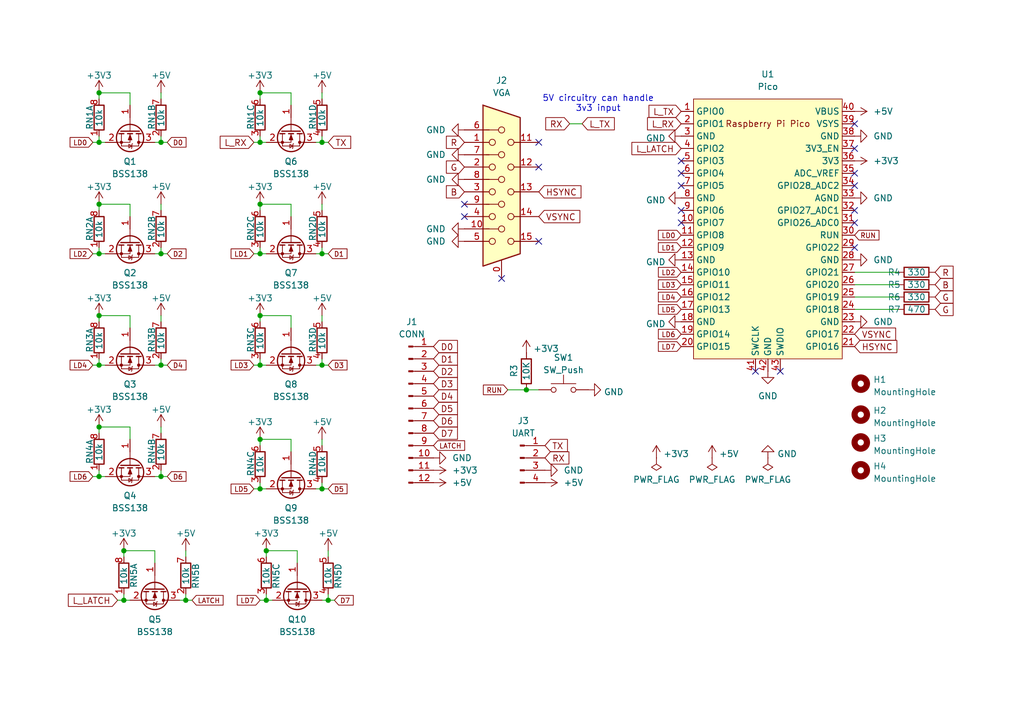
<source format=kicad_sch>
(kicad_sch (version 20231120) (generator "eeschema") (generator_version "8.0")
  (paper "A5")
  (lib_symbols
    (symbol "Connector:Conn_01x04_Pin" (pin_names (offset 1.016) hide)
      (property "Reference" "J" (at 0 5.08 0))
      (property "Value" "Conn_01x04_Pin" (at 0 -7.62 0))
      (symbol "Conn_01x04_Pin_1_1"
        (pin passive line (at 5.08 2.54 180) (length 3.81) (name "Pin_1") (number "1"))
        (pin passive line (at 5.08 0 180) (length 3.81) (name "Pin_2") (number "2"))
        (pin passive line (at 5.08 -2.54 180) (length 3.81) (name "Pin_3") (number "3"))
        (pin passive line (at 5.08 -5.08 180) (length 3.81) (name "Pin_4") (number "4"))
      )
    )
    (symbol "Connector:Conn_01x12_Pin" (pin_names (offset 1.016) hide)
      (property "Reference" "J" (at 0 15.24 0))
      (property "Value" "Conn_01x12_Pin" (at 0 -17.78 0))
      (symbol "Conn_01x12_Pin_1_1"
        (pin passive line (at 5.08 12.7 180) (length 3.81) (name "Pin_1") (number "1"))
        (pin passive line (at 5.08 -10.16 180) (length 3.81) (name "Pin_10") (number "10"))
        (pin passive line (at 5.08 -12.7 180) (length 3.81) (name "Pin_11") (number "11"))
        (pin passive line (at 5.08 -15.24 180) (length 3.81) (name "Pin_12") (number "12"))
        (pin passive line (at 5.08 10.16 180) (length 3.81) (name "Pin_2") (number "2"))
        (pin passive line (at 5.08 7.62 180) (length 3.81) (name "Pin_3") (number "3"))
        (pin passive line (at 5.08 5.08 180) (length 3.81) (name "Pin_4") (number "4"))
        (pin passive line (at 5.08 2.54 180) (length 3.81) (name "Pin_5") (number "5"))
        (pin passive line (at 5.08 0 180) (length 3.81) (name "Pin_6") (number "6"))
        (pin passive line (at 5.08 -2.54 180) (length 3.81) (name "Pin_7") (number "7"))
        (pin passive line (at 5.08 -5.08 180) (length 3.81) (name "Pin_8") (number "8"))
        (pin passive line (at 5.08 -7.62 180) (length 3.81) (name "Pin_9") (number "9"))
      )
    )
    (symbol "Connector:DE15_Receptacle_HighDensity_MountingHoles" (pin_names (offset 1.016) hide)
      (property "Reference" "J" (at 0 21.59 0))
      (property "Value" "DE15_Receptacle_HighDensity_MountingHoles" (at 0 19.05 0))
      (symbol "DE15_Receptacle_HighDensity_MountingHoles_1_1"
        (pin passive line (at 0 -17.78 90) (length 3.81) (name "~") (number "0"))
        (pin passive line (at -7.62 10.16 0) (length 5.08) (name "~") (number "1"))
        (pin passive line (at -7.62 -7.62 0) (length 5.08) (name "~") (number "10"))
        (pin passive line (at 7.62 10.16 180) (length 5.08) (name "~") (number "11"))
        (pin passive line (at 7.62 5.08 180) (length 5.08) (name "~") (number "12"))
        (pin passive line (at 7.62 0 180) (length 5.08) (name "~") (number "13"))
        (pin passive line (at 7.62 -5.08 180) (length 5.08) (name "~") (number "14"))
        (pin passive line (at 7.62 -10.16 180) (length 5.08) (name "~") (number "15"))
        (pin passive line (at -7.62 5.08 0) (length 5.08) (name "~") (number "2"))
        (pin passive line (at -7.62 0 0) (length 5.08) (name "~") (number "3"))
        (pin passive line (at -7.62 -5.08 0) (length 5.08) (name "~") (number "4"))
        (pin passive line (at -7.62 -10.16 0) (length 5.08) (name "~") (number "5"))
        (pin passive line (at -7.62 12.7 0) (length 5.08) (name "~") (number "6"))
        (pin passive line (at -7.62 7.62 0) (length 5.08) (name "~") (number "7"))
        (pin passive line (at -7.62 2.54 0) (length 5.08) (name "~") (number "8"))
        (pin passive line (at -7.62 -2.54 0) (length 5.08) (name "~") (number "9"))
      )
    )
    (symbol "Device:R" (pin_numbers hide) (pin_names (offset 0))
      (property "Reference" "R" (at 2.032 0 90))
      (property "Value" "R" (at 0 0 90))
      (symbol "R_1_1"
        (pin passive line (at 0 3.81 270) (length 1.27) (name "~") (number "1"))
        (pin passive line (at 0 -3.81 90) (length 1.27) (name "~") (number "2"))
      )
    )
    (symbol "Device:R_Pack04_Split" (pin_names (offset 0) hide)
      (property "Reference" "RN" (at 2.032 0 90))
      (property "Value" "R_Pack04_Split" (at 0 0 90))
      (symbol "R_Pack04_Split_1_1"
        (pin passive line (at 0 -3.81 90) (length 1.27) (name "R1.1") (number "1"))
        (pin passive line (at 0 3.81 270) (length 1.27) (name "R1.2") (number "8"))
      )
      (symbol "R_Pack04_Split_2_1"
        (pin passive line (at 0 -3.81 90) (length 1.27) (name "R2.1") (number "2"))
        (pin passive line (at 0 3.81 270) (length 1.27) (name "R2.2") (number "7"))
      )
      (symbol "R_Pack04_Split_3_1"
        (pin passive line (at 0 -3.81 90) (length 1.27) (name "R3.1") (number "3"))
        (pin passive line (at 0 3.81 270) (length 1.27) (name "R3.2") (number "6"))
      )
      (symbol "R_Pack04_Split_4_1"
        (pin passive line (at 0 -3.81 90) (length 1.27) (name "R4.1") (number "4"))
        (pin passive line (at 0 3.81 270) (length 1.27) (name "R4.2") (number "5"))
      )
    )
    (symbol "MCU_RaspberryPi_and_Boards:Pico"
      (property "Reference" "U" (at -13.97 27.94 0))
      (property "Value" "Pico" (at 0 19.05 0))
      (symbol "Pico_0_0"
        (text "Raspberry Pi Pico" (at 0 21.59 0) (effects (font (size 1.27 1.27))))
      )
      (symbol "Pico_1_1"
        (pin bidirectional line (at -17.78 24.13 0) (length 2.54) (name "GPIO0") (number "1"))
        (pin bidirectional line (at -17.78 1.27 0) (length 2.54) (name "GPIO7") (number "10"))
        (pin bidirectional line (at -17.78 -1.27 0) (length 2.54) (name "GPIO8") (number "11"))
        (pin bidirectional line (at -17.78 -3.81 0) (length 2.54) (name "GPIO9") (number "12"))
        (pin power_in line (at -17.78 -6.35 0) (length 2.54) (name "GND") (number "13"))
        (pin bidirectional line (at -17.78 -8.89 0) (length 2.54) (name "GPIO10") (number "14"))
        (pin bidirectional line (at -17.78 -11.43 0) (length 2.54) (name "GPIO11") (number "15"))
        (pin bidirectional line (at -17.78 -13.97 0) (length 2.54) (name "GPIO12") (number "16"))
        (pin bidirectional line (at -17.78 -16.51 0) (length 2.54) (name "GPIO13") (number "17"))
        (pin power_in line (at -17.78 -19.05 0) (length 2.54) (name "GND") (number "18"))
        (pin bidirectional line (at -17.78 -21.59 0) (length 2.54) (name "GPIO14") (number "19"))
        (pin bidirectional line (at -17.78 21.59 0) (length 2.54) (name "GPIO1") (number "2"))
        (pin bidirectional line (at -17.78 -24.13 0) (length 2.54) (name "GPIO15") (number "20"))
        (pin bidirectional line (at 17.78 -24.13 180) (length 2.54) (name "GPIO16") (number "21"))
        (pin bidirectional line (at 17.78 -21.59 180) (length 2.54) (name "GPIO17") (number "22"))
        (pin power_in line (at 17.78 -19.05 180) (length 2.54) (name "GND") (number "23"))
        (pin bidirectional line (at 17.78 -16.51 180) (length 2.54) (name "GPIO18") (number "24"))
        (pin bidirectional line (at 17.78 -13.97 180) (length 2.54) (name "GPIO19") (number "25"))
        (pin bidirectional line (at 17.78 -11.43 180) (length 2.54) (name "GPIO20") (number "26"))
        (pin bidirectional line (at 17.78 -8.89 180) (length 2.54) (name "GPIO21") (number "27"))
        (pin power_in line (at 17.78 -6.35 180) (length 2.54) (name "GND") (number "28"))
        (pin bidirectional line (at 17.78 -3.81 180) (length 2.54) (name "GPIO22") (number "29"))
        (pin power_in line (at -17.78 19.05 0) (length 2.54) (name "GND") (number "3"))
        (pin input line (at 17.78 -1.27 180) (length 2.54) (name "RUN") (number "30"))
        (pin bidirectional line (at 17.78 1.27 180) (length 2.54) (name "GPIO26_ADC0") (number "31"))
        (pin bidirectional line (at 17.78 3.81 180) (length 2.54) (name "GPIO27_ADC1") (number "32"))
        (pin power_in line (at 17.78 6.35 180) (length 2.54) (name "AGND") (number "33"))
        (pin bidirectional line (at 17.78 8.89 180) (length 2.54) (name "GPIO28_ADC2") (number "34"))
        (pin power_in line (at 17.78 11.43 180) (length 2.54) (name "ADC_VREF") (number "35"))
        (pin power_in line (at 17.78 13.97 180) (length 2.54) (name "3V3") (number "36"))
        (pin input line (at 17.78 16.51 180) (length 2.54) (name "3V3_EN") (number "37"))
        (pin bidirectional line (at 17.78 19.05 180) (length 2.54) (name "GND") (number "38"))
        (pin power_in line (at 17.78 21.59 180) (length 2.54) (name "VSYS") (number "39"))
        (pin bidirectional line (at -17.78 16.51 0) (length 2.54) (name "GPIO2") (number "4"))
        (pin power_in line (at 17.78 24.13 180) (length 2.54) (name "VBUS") (number "40"))
        (pin input line (at -2.54 -29.21 90) (length 2.54) (name "SWCLK") (number "41"))
        (pin power_in line (at 0 -29.21 90) (length 2.54) (name "GND") (number "42"))
        (pin bidirectional line (at 2.54 -29.21 90) (length 2.54) (name "SWDIO") (number "43"))
        (pin bidirectional line (at -17.78 13.97 0) (length 2.54) (name "GPIO3") (number "5"))
        (pin bidirectional line (at -17.78 11.43 0) (length 2.54) (name "GPIO4") (number "6"))
        (pin bidirectional line (at -17.78 8.89 0) (length 2.54) (name "GPIO5") (number "7"))
        (pin power_in line (at -17.78 6.35 0) (length 2.54) (name "GND") (number "8"))
        (pin bidirectional line (at -17.78 3.81 0) (length 2.54) (name "GPIO6") (number "9"))
      )
    )
    (symbol "Mechanical:MountingHole" (pin_names (offset 1.016))
      (property "Reference" "H" (at 0 5.08 0))
      (property "Value" "MountingHole" (at 0 3.175 0))
    )
    (symbol "Switch:SW_Push" (pin_numbers hide) (pin_names (offset 1.016) hide)
      (property "Reference" "SW" (at 1.27 2.54 0))
      (property "Value" "SW_Push" (at 0 -1.524 0))
      (symbol "SW_Push_0_1"
        (pin passive line (at -5.08 0 0) (length 2.54) (name "1") (number "1"))
        (pin passive line (at 5.08 0 180) (length 2.54) (name "2") (number "2"))
      )
    )
    (symbol "Transistor_FET:BSS138" (pin_names hide)
      (property "Reference" "Q" (at 5.08 1.905 0))
      (property "Value" "BSS138" (at 5.08 0 0))
      (symbol "BSS138_1_1"
        (pin input line (at -5.08 0 0) (length 2.54) (name "G") (number "1"))
        (pin passive line (at 2.54 -5.08 90) (length 2.54) (name "S") (number "2"))
        (pin passive line (at 2.54 5.08 270) (length 2.54) (name "D") (number "3"))
      )
    )
    (symbol "power:+3V3" (power) (pin_numbers hide) (pin_names (offset 0) hide)
      (property "Value" "+3V3" (at 0 3.556 0))
      (symbol "+3V3_1_1"
        (pin power_in line (at 0 0 90) (length 0) (name "~") (number "1"))
      )
    )
    (symbol "power:+5V" (power) (pin_numbers hide) (pin_names (offset 0) hide)
      (property "Value" "+5V" (at 0 3.556 0))
      (symbol "+5V_1_1"
        (pin power_in line (at 0 0 90) (length 0) (name "~") (number "1"))
      )
    )
    (symbol "power:GND" (power) (pin_numbers hide) (pin_names (offset 0) hide)
      (property "Value" "GND" (at 0 -3.81 0))
      (symbol "GND_1_1"
        (pin power_in line (at 0 0 270) (length 0) (name "~") (number "1"))
      )
    )
    (symbol "power:PWR_FLAG" (power) (pin_numbers hide) (pin_names (offset 0) hide)
      (property "Value" "PWR_FLAG" (at 0 3.81 0))
      (symbol "PWR_FLAG_0_0"
        (pin power_out line (at 0 0 90) (length 0) (name "~") (number "1"))
      )
    )
  )
  (junction (at 66.04 29.21))
  (junction (at 54.61 113.03))
  (junction (at 53.34 64.77))
  (junction (at 53.34 90.17))
  (junction (at 53.34 74.93))
  (junction (at 20.32 52.07))
  (junction (at 53.34 41.91))
  (junction (at 53.34 19.05))
  (junction (at 66.04 100.33))
  (junction (at 67.31 123.19))
  (junction (at 33.02 29.21))
  (junction (at 33.02 97.79))
  (junction (at 53.34 100.33))
  (junction (at 107.95 80.01))
  (junction (at 33.02 52.07))
  (junction (at 20.32 29.21))
  (junction (at 53.34 29.21))
  (junction (at 53.34 52.07))
  (junction (at 20.32 19.05))
  (junction (at 33.02 74.93))
  (junction (at 66.04 52.07))
  (junction (at 25.4 123.19))
  (junction (at 20.32 97.79))
  (junction (at 20.32 64.77))
  (junction (at 66.04 74.93))
  (junction (at 20.32 41.91))
  (junction (at 20.32 74.93))
  (junction (at 25.4 113.03))
  (junction (at 54.61 123.19))
  (junction (at 20.32 87.63))
  (junction (at 38.1 123.19))
  (no_connect (at 175.26 30.48))
  (no_connect (at 95.25 41.91))
  (no_connect (at 139.7 35.56))
  (no_connect (at 139.7 33.02))
  (no_connect (at 154.94 76.2))
  (no_connect (at 175.26 38.1))
  (no_connect (at 175.26 35.56))
  (no_connect (at 102.87 57.15))
  (no_connect (at 139.7 45.72))
  (no_connect (at 175.26 25.4))
  (no_connect (at 139.7 43.18))
  (no_connect (at 175.26 45.72))
  (no_connect (at 139.7 38.1))
  (no_connect (at 95.25 44.45))
  (no_connect (at 175.26 50.8))
  (no_connect (at 160.02 76.2))
  (no_connect (at 110.49 49.53))
  (no_connect (at 175.26 43.18))
  (no_connect (at 110.49 29.21))
  (no_connect (at 110.49 34.29))
  (wire (pts (xy 33.02 74.93) (xy 34.29 74.93)))
  (wire (pts (xy 53.34 66.04) (xy 53.34 64.77)))
  (wire (pts (xy 67.31 123.19) (xy 67.31 121.92)))
  (wire (pts (xy 53.34 43.18) (xy 53.34 41.91)))
  (wire (pts (xy 33.02 64.77) (xy 33.02 66.04)))
  (wire (pts (xy 38.1 123.19) (xy 38.1 121.92)))
  (wire (pts (xy 33.02 29.21) (xy 33.02 27.94)))
  (wire (pts (xy 52.07 29.21) (xy 53.34 29.21)))
  (wire (pts (xy 53.34 90.17) (xy 59.69 90.17)))
  (wire (pts (xy 53.34 20.32) (xy 53.34 19.05)))
  (wire (pts (xy 31.75 29.21) (xy 33.02 29.21)))
  (wire (pts (xy 175.26 60.96) (xy 184.15 60.96)))
  (wire (pts (xy 31.75 97.79) (xy 33.02 97.79)))
  (wire (pts (xy 66.04 90.17) (xy 66.04 91.44)))
  (wire (pts (xy 20.32 29.21) (xy 21.59 29.21)))
  (wire (pts (xy 104.14 80.01) (xy 107.95 80.01)))
  (wire (pts (xy 25.4 121.92) (xy 25.4 123.19)))
  (wire (pts (xy 20.32 27.94) (xy 20.32 29.21)))
  (wire (pts (xy 31.75 52.07) (xy 33.02 52.07)))
  (wire (pts (xy 53.34 19.05) (xy 59.69 19.05)))
  (wire (pts (xy 66.04 19.05) (xy 66.04 20.32)))
  (wire (pts (xy 54.61 100.33) (xy 53.34 100.33)))
  (wire (pts (xy 53.34 100.33) (xy 53.34 99.06)))
  (wire (pts (xy 54.61 114.3) (xy 54.61 113.03)))
  (wire (pts (xy 31.75 113.03) (xy 31.75 115.57)))
  (wire (pts (xy 19.05 74.93) (xy 20.32 74.93)))
  (wire (pts (xy 59.69 19.05) (xy 59.69 21.59)))
  (wire (pts (xy 54.61 123.19) (xy 55.88 123.19)))
  (wire (pts (xy 59.69 41.91) (xy 59.69 44.45)))
  (wire (pts (xy 20.32 66.04) (xy 20.32 64.77)))
  (wire (pts (xy 38.1 113.03) (xy 38.1 114.3)))
  (wire (pts (xy 53.34 74.93) (xy 53.34 73.66)))
  (wire (pts (xy 26.67 41.91) (xy 26.67 44.45)))
  (wire (pts (xy 33.02 29.21) (xy 34.29 29.21)))
  (wire (pts (xy 66.04 52.07) (xy 67.31 52.07)))
  (wire (pts (xy 59.69 90.17) (xy 59.69 92.71)))
  (wire (pts (xy 175.26 55.88) (xy 184.15 55.88)))
  (wire (pts (xy 66.04 100.33) (xy 66.04 99.06)))
  (wire (pts (xy 19.05 29.21) (xy 20.32 29.21)))
  (wire (pts (xy 64.77 100.33) (xy 66.04 100.33)))
  (wire (pts (xy 31.75 74.93) (xy 33.02 74.93)))
  (wire (pts (xy 26.67 87.63) (xy 26.67 90.17)))
  (wire (pts (xy 66.04 29.21) (xy 66.04 27.94)))
  (wire (pts (xy 53.34 41.91) (xy 59.69 41.91)))
  (wire (pts (xy 20.32 64.77) (xy 26.67 64.77)))
  (wire (pts (xy 20.32 97.79) (xy 20.32 96.52)))
  (wire (pts (xy 26.67 19.05) (xy 26.67 21.59)))
  (wire (pts (xy 54.61 74.93) (xy 53.34 74.93)))
  (wire (pts (xy 66.04 64.77) (xy 66.04 66.04)))
  (wire (pts (xy 24.13 123.19) (xy 25.4 123.19)))
  (wire (pts (xy 25.4 114.3) (xy 25.4 113.03)))
  (wire (pts (xy 66.04 74.93) (xy 66.04 73.66)))
  (wire (pts (xy 116.84 25.4) (xy 119.38 25.4)))
  (wire (pts (xy 175.26 63.5) (xy 184.15 63.5)))
  (wire (pts (xy 53.34 123.19) (xy 54.61 123.19)))
  (wire (pts (xy 19.05 97.79) (xy 20.32 97.79)))
  (wire (pts (xy 67.31 123.19) (xy 68.58 123.19)))
  (wire (pts (xy 53.34 29.21) (xy 53.34 27.94)))
  (wire (pts (xy 52.07 100.33) (xy 53.34 100.33)))
  (wire (pts (xy 54.61 121.92) (xy 54.61 123.19)))
  (wire (pts (xy 175.26 58.42) (xy 184.15 58.42)))
  (wire (pts (xy 67.31 113.03) (xy 67.31 114.3)))
  (wire (pts (xy 20.32 20.32) (xy 20.32 19.05)))
  (wire (pts (xy 66.04 74.93) (xy 67.31 74.93)))
  (wire (pts (xy 36.83 123.19) (xy 38.1 123.19)))
  (wire (pts (xy 21.59 97.79) (xy 20.32 97.79)))
  (wire (pts (xy 53.34 52.07) (xy 54.61 52.07)))
  (wire (pts (xy 59.69 64.77) (xy 59.69 67.31)))
  (wire (pts (xy 66.04 52.07) (xy 66.04 50.8)))
  (wire (pts (xy 53.34 64.77) (xy 59.69 64.77)))
  (wire (pts (xy 54.61 113.03) (xy 60.96 113.03)))
  (wire (pts (xy 64.77 52.07) (xy 66.04 52.07)))
  (wire (pts (xy 66.04 41.91) (xy 66.04 43.18)))
  (wire (pts (xy 33.02 97.79) (xy 34.29 97.79)))
  (wire (pts (xy 52.07 52.07) (xy 53.34 52.07)))
  (wire (pts (xy 33.02 74.93) (xy 33.02 73.66)))
  (wire (pts (xy 66.04 100.33) (xy 67.31 100.33)))
  (wire (pts (xy 20.32 52.07) (xy 20.32 50.8)))
  (wire (pts (xy 33.02 19.05) (xy 33.02 20.32)))
  (wire (pts (xy 20.32 74.93) (xy 21.59 74.93)))
  (wire (pts (xy 20.32 87.63) (xy 26.67 87.63)))
  (wire (pts (xy 21.59 52.07) (xy 20.32 52.07)))
  (wire (pts (xy 20.32 19.05) (xy 26.67 19.05)))
  (wire (pts (xy 20.32 41.91) (xy 26.67 41.91)))
  (wire (pts (xy 33.02 87.63) (xy 33.02 88.9)))
  (wire (pts (xy 33.02 52.07) (xy 33.02 50.8)))
  (wire (pts (xy 20.32 88.9) (xy 20.32 87.63)))
  (wire (pts (xy 20.32 41.91) (xy 20.32 43.18)))
  (wire (pts (xy 19.05 52.07) (xy 20.32 52.07)))
  (wire (pts (xy 64.77 29.21) (xy 66.04 29.21)))
  (wire (pts (xy 33.02 52.07) (xy 34.29 52.07)))
  (wire (pts (xy 53.34 91.44) (xy 53.34 90.17)))
  (wire (pts (xy 52.07 74.93) (xy 53.34 74.93)))
  (wire (pts (xy 54.61 29.21) (xy 53.34 29.21)))
  (wire (pts (xy 26.67 64.77) (xy 26.67 67.31)))
  (wire (pts (xy 38.1 123.19) (xy 39.37 123.19)))
  (wire (pts (xy 66.04 29.21) (xy 67.31 29.21)))
  (wire (pts (xy 33.02 41.91) (xy 33.02 43.18)))
  (wire (pts (xy 20.32 73.66) (xy 20.32 74.93)))
  (wire (pts (xy 64.77 74.93) (xy 66.04 74.93)))
  (wire (pts (xy 53.34 50.8) (xy 53.34 52.07)))
  (wire (pts (xy 25.4 113.03) (xy 31.75 113.03)))
  (wire (pts (xy 33.02 97.79) (xy 33.02 96.52)))
  (wire (pts (xy 60.96 113.03) (xy 60.96 115.57)))
  (wire (pts (xy 107.95 80.01) (xy 110.49 80.01)))
  (wire (pts (xy 25.4 123.19) (xy 26.67 123.19)))
  (wire (pts (xy 66.04 123.19) (xy 67.31 123.19)))
  (text "5V circuitry can handle\n3v3 input" (at 122.682 21.336 0) (effects (font (size 1.27 1.27))))
  (global_label "L_RX" (shape input) (at 139.7 25.4 180) (property "Intersheetrefs" "${INTERSHEET_REFS}" (effects (hide yes))))
  (global_label "LD2" (shape input) (at 139.7 55.88 180) (effects (font (size 1 1))) (property "Intersheetrefs" "${INTERSHEET_REFS}" (effects (hide yes))))
  (global_label "D7" (shape input) (at 68.58 123.19 0) (effects (font (size 1 1))) (property "Intersheetrefs" "${INTERSHEET_REFS}" (effects (hide yes))))
  (global_label "L_LATCH" (shape input) (at 24.13 123.19 180) (property "Intersheetrefs" "${INTERSHEET_REFS}" (effects (hide yes))))
  (global_label "D6" (shape input) (at 34.29 97.79 0) (effects (font (size 1 1))) (property "Intersheetrefs" "${INTERSHEET_REFS}" (effects (hide yes))))
  (global_label "D7" (shape input) (at 88.9 88.9 0) (property "Intersheetrefs" "${INTERSHEET_REFS}" (effects (hide yes))))
  (global_label "D3" (shape input) (at 67.31 74.93 0) (effects (font (size 1 1))) (property "Intersheetrefs" "${INTERSHEET_REFS}" (effects (hide yes))))
  (global_label "D3" (shape input) (at 88.9 78.74 0) (property "Intersheetrefs" "${INTERSHEET_REFS}" (effects (hide yes))))
  (global_label "RX" (shape input) (at 116.84 25.4 180) (property "Intersheetrefs" "${INTERSHEET_REFS}" (effects (hide yes))))
  (global_label "D4" (shape input) (at 34.29 74.93 0) (effects (font (size 1 1))) (property "Intersheetrefs" "${INTERSHEET_REFS}" (effects (hide yes))))
  (global_label "D1" (shape input) (at 67.31 52.07 0) (effects (font (size 1 1))) (property "Intersheetrefs" "${INTERSHEET_REFS}" (effects (hide yes))))
  (global_label "D1" (shape input) (at 88.9 73.66 0) (property "Intersheetrefs" "${INTERSHEET_REFS}" (effects (hide yes))))
  (global_label "R" (shape input) (at 95.25 29.21 180) (property "Intersheetrefs" "${INTERSHEET_REFS}" (effects (hide yes))))
  (global_label "LATCH" (shape input) (at 88.9 91.44 0) (effects (font (size 1 1))) (property "Intersheetrefs" "${INTERSHEET_REFS}" (effects (hide yes))))
  (global_label "RUN" (shape input) (at 104.14 80.01 180) (effects (font (size 1 1))) (property "Intersheetrefs" "${INTERSHEET_REFS}" (effects (hide yes))))
  (global_label "LD3" (shape input) (at 52.07 74.93 180) (effects (font (size 1 1))) (property "Intersheetrefs" "${INTERSHEET_REFS}" (effects (hide yes))))
  (global_label "L_LATCH" (shape input) (at 139.7 30.48 180) (property "Intersheetrefs" "${INTERSHEET_REFS}" (effects (hide yes))))
  (global_label "LD1" (shape input) (at 52.07 52.07 180) (effects (font (size 1 1))) (property "Intersheetrefs" "${INTERSHEET_REFS}" (effects (hide yes))))
  (global_label "LD7" (shape input) (at 139.7 71.12 180) (effects (font (size 1 1))) (property "Intersheetrefs" "${INTERSHEET_REFS}" (effects (hide yes))))
  (global_label "G" (shape input) (at 191.77 60.96 0) (property "Intersheetrefs" "${INTERSHEET_REFS}" (effects (hide yes))))
  (global_label "D2" (shape input) (at 88.9 76.2 0) (property "Intersheetrefs" "${INTERSHEET_REFS}" (effects (hide yes))))
  (global_label "R" (shape input) (at 191.77 55.88 0) (property "Intersheetrefs" "${INTERSHEET_REFS}" (effects (hide yes))))
  (global_label "VSYNC" (shape input) (at 110.49 44.45 0) (property "Intersheetrefs" "${INTERSHEET_REFS}" (effects (hide yes))))
  (global_label "VSYNC" (shape input) (at 175.26 68.58 0) (property "Intersheetrefs" "${INTERSHEET_REFS}" (effects (hide yes))))
  (global_label "D6" (shape input) (at 88.9 86.36 0) (property "Intersheetrefs" "${INTERSHEET_REFS}" (effects (hide yes))))
  (global_label "LD6" (shape input) (at 19.05 97.79 180) (effects (font (size 1 1))) (property "Intersheetrefs" "${INTERSHEET_REFS}" (effects (hide yes))))
  (global_label "LD2" (shape input) (at 19.05 52.07 180) (effects (font (size 1 1))) (property "Intersheetrefs" "${INTERSHEET_REFS}" (effects (hide yes))))
  (global_label "B" (shape input) (at 95.25 39.37 180) (property "Intersheetrefs" "${INTERSHEET_REFS}" (effects (hide yes))))
  (global_label "LD5" (shape input) (at 139.7 63.5 180) (effects (font (size 1 1))) (property "Intersheetrefs" "${INTERSHEET_REFS}" (effects (hide yes))))
  (global_label "G" (shape input) (at 95.25 34.29 180) (property "Intersheetrefs" "${INTERSHEET_REFS}" (effects (hide yes))))
  (global_label "L_RX" (shape input) (at 52.07 29.21 180) (property "Intersheetrefs" "${INTERSHEET_REFS}" (effects (hide yes))))
  (global_label "D5" (shape input) (at 67.31 100.33 0) (effects (font (size 1 1))) (property "Intersheetrefs" "${INTERSHEET_REFS}" (effects (hide yes))))
  (global_label "LD3" (shape input) (at 139.7 58.42 180) (effects (font (size 1 1))) (property "Intersheetrefs" "${INTERSHEET_REFS}" (effects (hide yes))))
  (global_label "LD6" (shape input) (at 139.7 68.58 180) (effects (font (size 1 1))) (property "Intersheetrefs" "${INTERSHEET_REFS}" (effects (hide yes))))
  (global_label "D4" (shape input) (at 88.9 81.28 0) (property "Intersheetrefs" "${INTERSHEET_REFS}" (effects (hide yes))))
  (global_label "HSYNC" (shape input) (at 175.26 71.12 0) (property "Intersheetrefs" "${INTERSHEET_REFS}" (effects (hide yes))))
  (global_label "L_TX" (shape input) (at 139.7 22.86 180) (property "Intersheetrefs" "${INTERSHEET_REFS}" (effects (hide yes))))
  (global_label "TX" (shape input) (at 111.76 91.44 0) (property "Intersheetrefs" "${INTERSHEET_REFS}" (effects (hide yes))))
  (global_label "LD0" (shape input) (at 19.05 29.21 180) (effects (font (size 1 1))) (property "Intersheetrefs" "${INTERSHEET_REFS}" (effects (hide yes))))
  (global_label "G" (shape input) (at 191.77 63.5 0) (property "Intersheetrefs" "${INTERSHEET_REFS}" (effects (hide yes))))
  (global_label "D0" (shape input) (at 34.29 29.21 0) (effects (font (size 1 1))) (property "Intersheetrefs" "${INTERSHEET_REFS}" (effects (hide yes))))
  (global_label "TX" (shape input) (at 67.31 29.21 0) (property "Intersheetrefs" "${INTERSHEET_REFS}" (effects (hide yes))))
  (global_label "LD5" (shape input) (at 52.07 100.33 180) (effects (font (size 1 1))) (property "Intersheetrefs" "${INTERSHEET_REFS}" (effects (hide yes))))
  (global_label "RUN" (shape input) (at 175.26 48.26 0) (effects (font (size 1 1))) (property "Intersheetrefs" "${INTERSHEET_REFS}" (effects (hide yes))))
  (global_label "D0" (shape input) (at 88.9 71.12 0) (property "Intersheetrefs" "${INTERSHEET_REFS}" (effects (hide yes))))
  (global_label "L_TX" (shape input) (at 119.38 25.4 0) (property "Intersheetrefs" "${INTERSHEET_REFS}" (effects (hide yes))))
  (global_label "LD4" (shape input) (at 19.05 74.93 180) (effects (font (size 1 1))) (property "Intersheetrefs" "${INTERSHEET_REFS}" (effects (hide yes))))
  (global_label "LATCH" (shape input) (at 39.37 123.19 0) (effects (font (size 1 1))) (property "Intersheetrefs" "${INTERSHEET_REFS}" (effects (hide yes))))
  (global_label "LD0" (shape input) (at 139.7 48.26 180) (effects (font (size 1 1))) (property "Intersheetrefs" "${INTERSHEET_REFS}" (effects (hide yes))))
  (global_label "D2" (shape input) (at 34.29 52.07 0) (effects (font (size 1 1))) (property "Intersheetrefs" "${INTERSHEET_REFS}" (effects (hide yes))))
  (global_label "LD4" (shape input) (at 139.7 60.96 180) (effects (font (size 1 1))) (property "Intersheetrefs" "${INTERSHEET_REFS}" (effects (hide yes))))
  (global_label "RX" (shape input) (at 111.76 93.98 0) (property "Intersheetrefs" "${INTERSHEET_REFS}" (effects (hide yes))))
  (global_label "LD1" (shape input) (at 139.7 50.8 180) (effects (font (size 1 1))) (property "Intersheetrefs" "${INTERSHEET_REFS}" (effects (hide yes))))
  (global_label "HSYNC" (shape input) (at 110.49 39.37 0) (property "Intersheetrefs" "${INTERSHEET_REFS}" (effects (hide yes))))
  (global_label "D5" (shape input) (at 88.9 83.82 0) (property "Intersheetrefs" "${INTERSHEET_REFS}" (effects (hide yes))))
  (global_label "LD7" (shape input) (at 53.34 123.19 180) (effects (font (size 1 1))) (property "Intersheetrefs" "${INTERSHEET_REFS}" (effects (hide yes))))
  (global_label "B" (shape input) (at 191.77 58.42 0) (property "Intersheetrefs" "${INTERSHEET_REFS}" (effects (hide yes))))
  (symbol (lib_id "Device:R_Pack04_Split") (at 38.1 118.11 0) (unit 2)
    (property "Reference" "RN5" (at 40.132 115.57 90) (effects (justify right)))
    (property "Value" "10k" (at 38.1 116.332 90) (effects (justify right)))
    (property "Footprint" "Resistor_SMD:R_Array_Convex_4x0603" (effects (hide yes)))
    (property "Description" "4 resistor network, parallel topology, split" (effects (hide yes)))
    (property "LCSC" "C110924" (effects (hide yes)))
    (property "LCSC Part #" "C110924" (effects (hide yes)))
  )
  (symbol (lib_id "power:+5V") (at 88.9 99.06 270) (unit 1)
    (property "Reference" "#PWR021" (effects (hide yes)))
    (property "Value" "+5V" (at 92.71 99.0599 90) (effects (justify left)))
    (property "Description" "Power symbol creates a global label with name \"+5V\"" (effects (hide yes)))
  )
  (symbol (lib_id "Transistor_FET:BSS138") (at 26.67 72.39 270) (unit 1)
    (property "Reference" "Q3" (at 26.67 78.8654 90))
    (property "Value" "BSS138" (at 26.67 81.4023 90))
    (property "Footprint" "Package_TO_SOT_SMD:SOT-23" (effects (hide yes)))
    (property "Datasheet" "https://www.onsemi.com/pub/Collateral/BSS138-D.PDF" (effects (hide yes)))
    (property "Description" "50V Vds, 0.22A Id, N-Channel MOSFET, SOT-23" (effects (hide yes)))
    (property "LCSC" "C78284" (effects (hide yes)))
    (property "LCSC Part #" "C78284" (effects (hide yes)))
  )
  (symbol (lib_id "power:GND") (at 139.7 66.04 270) (unit 1)
    (property "Reference" "#PWR034" (effects (hide yes)))
    (property "Value" "GND" (at 136.5251 66.4738 90) (effects (justify right)))
    (property "Description" "Power symbol creates a global label with name \"GND\" , ground" (effects (hide yes)))
  )
  (symbol (lib_id "power:GND") (at 95.25 31.75 270) (unit 1)
    (property "Reference" "#PWR023" (effects (hide yes)))
    (property "Value" "GND" (at 91.44 31.7499 90) (effects (justify right)))
    (property "Description" "Power symbol creates a global label with name \"GND\" , ground" (effects (hide yes)))
  )
  (symbol (lib_id "Transistor_FET:BSS138") (at 59.69 97.79 270) (unit 1)
    (property "Reference" "Q9" (at 59.69 104.2654 90))
    (property "Value" "BSS138" (at 59.69 106.8023 90))
    (property "Footprint" "Package_TO_SOT_SMD:SOT-23" (effects (hide yes)))
    (property "Datasheet" "https://www.onsemi.com/pub/Collateral/BSS138-D.PDF" (effects (hide yes)))
    (property "Description" "50V Vds, 0.22A Id, N-Channel MOSFET, SOT-23" (effects (hide yes)))
    (property "LCSC" "C78284" (effects (hide yes)))
    (property "LCSC Part #" "C78284" (effects (hide yes)))
  )
  (symbol (lib_id "Device:R_Pack04_Split") (at 53.34 69.85 0) (unit 3)
    (property "Reference" "RN3" (at 51.435 72.39 90) (effects (justify left)))
    (property "Value" "10k" (at 53.34 71.755 90) (effects (justify left)))
    (property "Footprint" "Resistor_SMD:R_Array_Convex_4x0603" (effects (hide yes)))
    (property "Description" "4 resistor network, parallel topology, split" (effects (hide yes)))
    (property "LCSC" "C110924" (effects (hide yes)))
    (property "LCSC Part #" "C110924" (effects (hide yes)))
  )
  (symbol (lib_id "power:GND") (at 175.26 53.34 90) (unit 1)
    (property "Reference" "#PWR043" (effects (hide yes)))
    (property "Value" "GND" (at 179.07 53.3399 90) (effects (justify right)))
    (property "Description" "Power symbol creates a global label with name \"GND\" , ground" (effects (hide yes)))
  )
  (symbol (lib_id "power:+3V3") (at 25.4 113.03 0) (unit 1)
    (property "Reference" "#PWR09" (effects (hide yes)))
    (property "Value" "+3V3" (at 25.4 109.4542 0))
    (property "Description" "Power symbol creates a global label with name \"+3V3\"" (effects (hide yes)))
  )
  (symbol (lib_id "power:+5V") (at 66.04 64.77 0) (unit 1)
    (property "Reference" "#PWR017" (effects (hide yes)))
    (property "Value" "+5V" (at 66.04 61.1942 0))
    (property "Description" "Power symbol creates a global label with name \"+5V\"" (effects (hide yes)))
  )
  (symbol (lib_id "Device:R") (at 107.95 76.2 0) (unit 1)
    (property "Reference" "R3" (at 105.41 77.47 90) (effects (justify left)))
    (property "Value" "10K" (at 107.95 78.105 90) (effects (justify left)))
    (property "Footprint" "Resistor_SMD:R_0805_2012Metric_Pad1.20x1.40mm_HandSolder" (effects (hide yes)))
    (property "Description" "Resistor" (effects (hide yes)))
    (property "LCSC" "C17414" (effects (hide yes)))
    (property "LCSC Part #" "C17414" (effects (hide yes)))
  )
  (symbol (lib_id "power:+3V3") (at 107.95 72.39 0) (unit 1)
    (property "Reference" "#PWR027" (effects (hide yes)))
    (property "Value" "+3V3" (at 109.347 71.5538 0) (effects (justify left)))
    (property "Description" "Power symbol creates a global label with name \"+3V3\"" (effects (hide yes)))
  )
  (symbol (lib_id "Transistor_FET:BSS138") (at 60.96 120.65 270) (unit 1)
    (property "Reference" "Q10" (at 60.96 127.1254 90))
    (property "Value" "BSS138" (at 60.96 129.6623 90))
    (property "Footprint" "Package_TO_SOT_SMD:SOT-23" (effects (hide yes)))
    (property "Datasheet" "https://www.onsemi.com/pub/Collateral/BSS138-D.PDF" (effects (hide yes)))
    (property "Description" "50V Vds, 0.22A Id, N-Channel MOSFET, SOT-23" (effects (hide yes)))
    (property "LCSC" "C78284" (effects (hide yes)))
    (property "LCSC Part #" "C78284" (effects (hide yes)))
  )
  (symbol (lib_id "Device:R_Pack04_Split") (at 20.32 69.85 0) (unit 1)
    (property "Reference" "RN3" (at 18.415 72.39 90) (effects (justify left)))
    (property "Value" "10k" (at 20.32 71.755 90) (effects (justify left)))
    (property "Footprint" "Resistor_SMD:R_Array_Convex_4x0603" (effects (hide yes)))
    (property "Description" "4 resistor network, parallel topology, split" (effects (hide yes)))
    (property "LCSC" "C110924" (effects (hide yes)))
    (property "LCSC Part #" "C110924" (effects (hide yes)))
  )
  (symbol (lib_id "Transistor_FET:BSS138") (at 59.69 72.39 270) (unit 1)
    (property "Reference" "Q8" (at 59.69 78.8654 90))
    (property "Value" "BSS138" (at 59.69 81.4023 90))
    (property "Footprint" "Package_TO_SOT_SMD:SOT-23" (effects (hide yes)))
    (property "Datasheet" "https://www.onsemi.com/pub/Collateral/BSS138-D.PDF" (effects (hide yes)))
    (property "Description" "50V Vds, 0.22A Id, N-Channel MOSFET, SOT-23" (effects (hide yes)))
    (property "LCSC" "C78284" (effects (hide yes)))
    (property "LCSC Part #" "C78284" (effects (hide yes)))
  )
  (symbol (lib_id "power:+3V3") (at 20.32 87.63 0) (unit 1)
    (property "Reference" "#PWR04" (effects (hide yes)))
    (property "Value" "+3V3" (at 20.32 84.0542 0))
    (property "Description" "Power symbol creates a global label with name \"+3V3\"" (effects (hide yes)))
  )
  (symbol (lib_id "Device:R_Pack04_Split") (at 25.4 118.11 0) (unit 1)
    (property "Reference" "RN5" (at 27.432 115.57 90) (effects (justify right)))
    (property "Value" "10k" (at 25.4 116.332 90) (effects (justify right)))
    (property "Footprint" "Resistor_SMD:R_Array_Convex_4x0603" (effects (hide yes)))
    (property "Description" "4 resistor network, parallel topology, split" (effects (hide yes)))
    (property "LCSC" "C110924" (effects (hide yes)))
    (property "LCSC Part #" "C110924" (effects (hide yes)))
  )
  (symbol (lib_id "power:+5V") (at 111.76 99.06 270) (unit 1)
    (property "Reference" "#PWR029" (effects (hide yes)))
    (property "Value" "+5V" (at 115.57 99.0599 90) (effects (justify left)))
    (property "Description" "Power symbol creates a global label with name \"+5V\"" (effects (hide yes)))
  )
  (symbol (lib_id "Mechanical:MountingHole") (at 176.53 78.74 0) (unit 1)
    (property "Reference" "H1" (at 179.07 77.9053 0) (effects (justify left)))
    (property "Value" "MountingHole" (at 179.07 80.4422 0) (effects (justify left)))
    (property "Footprint" "MountingHole:MountingHole_3.2mm_M3" (effects (hide yes)))
  )
  (symbol (lib_id "power:+5V") (at 38.1 113.03 0) (unit 1)
    (property "Reference" "#PWR014" (effects (hide yes)))
    (property "Value" "+5V" (at 38.1 109.4542 0))
    (property "Description" "Power symbol creates a global label with name \"+5V\"" (effects (hide yes)))
  )
  (symbol (lib_id "power:+5V") (at 66.04 90.17 0) (unit 1)
    (property "Reference" "#PWR018" (effects (hide yes)))
    (property "Value" "+5V" (at 66.04 86.5942 0))
    (property "Description" "Power symbol creates a global label with name \"+5V\"" (effects (hide yes)))
  )
  (symbol (lib_id "Device:R_Pack04_Split") (at 66.04 24.13 0) (unit 4)
    (property "Reference" "RN1" (at 64.135 26.67 90) (effects (justify left)))
    (property "Value" "10k" (at 66.04 26.035 90) (effects (justify left)))
    (property "Footprint" "Resistor_SMD:R_Array_Convex_4x0603" (effects (hide yes)))
    (property "Description" "4 resistor network, parallel topology, split" (effects (hide yes)))
    (property "LCSC" "C110924" (effects (hide yes)))
    (property "LCSC Part #" "C110924" (effects (hide yes)))
  )
  (symbol (lib_id "power:GND") (at 139.7 27.94 270) (unit 1)
    (property "Reference" "#PWR031" (effects (hide yes)))
    (property "Value" "GND" (at 136.5251 28.3738 90) (effects (justify right)))
    (property "Description" "Power symbol creates a global label with name \"GND\" , ground" (effects (hide yes)))
  )
  (symbol (lib_id "power:PWR_FLAG") (at 157.48 93.98 180) (unit 1)
    (property "Reference" "#FLG03" (effects (hide yes)))
    (property "Value" "PWR_FLAG" (at 157.48 98.4234 0))
    (property "Description" "Special symbol for telling ERC where power comes from" (effects (hide yes)))
  )
  (symbol (lib_id "power:GND") (at 95.25 36.83 270) (unit 1)
    (property "Reference" "#PWR024" (effects (hide yes)))
    (property "Value" "GND" (at 91.44 36.8299 90) (effects (justify right)))
    (property "Description" "Power symbol creates a global label with name \"GND\" , ground" (effects (hide yes)))
  )
  (symbol (lib_id "Mechanical:MountingHole") (at 176.53 96.52 0) (unit 1)
    (property "Reference" "H4" (at 179.07 95.6853 0) (effects (justify left)))
    (property "Value" "MountingHole" (at 179.07 98.2222 0) (effects (justify left)))
    (property "Footprint" "MountingHole:MountingHole_3.2mm_M3" (effects (hide yes)))
  )
  (symbol (lib_id "power:GND") (at 157.48 93.98 180) (unit 1)
    (property "Reference" "#PWR038" (effects (hide yes)))
    (property "Value" "GND" (at 159.385 93.1438 0) (effects (justify right)))
    (property "Description" "Power symbol creates a global label with name \"GND\" , ground" (effects (hide yes)))
  )
  (symbol (lib_id "power:+3V3") (at 175.26 33.02 270) (unit 1)
    (property "Reference" "#PWR041" (effects (hide yes)))
    (property "Value" "+3V3" (at 179.07 33.0199 90) (effects (justify left)))
    (property "Description" "Power symbol creates a global label with name \"+3V3\"" (effects (hide yes)))
  )
  (symbol (lib_id "Device:R_Pack04_Split") (at 67.31 118.11 0) (unit 4)
    (property "Reference" "RN5" (at 69.342 115.57 90) (effects (justify right)))
    (property "Value" "10k" (at 67.31 116.332 90) (effects (justify right)))
    (property "Footprint" "Resistor_SMD:R_Array_Convex_4x0603" (effects (hide yes)))
    (property "Description" "4 resistor network, parallel topology, split" (effects (hide yes)))
    (property "LCSC" "C110924" (effects (hide yes)))
    (property "LCSC Part #" "C110924" (effects (hide yes)))
  )
  (symbol (lib_id "Switch:SW_Push") (at 115.57 80.01 0) (unit 1)
    (property "Reference" "SW1" (at 115.57 73.3892 0))
    (property "Value" "SW_Push" (at 115.57 75.9261 0))
    (property "Footprint" "Button_Switch_THT:SW_PUSH_6mm" (effects (hide yes)))
    (property "Description" "Push button switch, generic, two pins" (effects (hide yes)))
  )
  (symbol (lib_id "Transistor_FET:BSS138") (at 31.75 120.65 270) (unit 1)
    (property "Reference" "Q5" (at 31.75 127.1254 90))
    (property "Value" "BSS138" (at 31.75 129.6623 90))
    (property "Footprint" "Package_TO_SOT_SMD:SOT-23" (effects (hide yes)))
    (property "Datasheet" "https://www.onsemi.com/pub/Collateral/BSS138-D.PDF" (effects (hide yes)))
    (property "Description" "50V Vds, 0.22A Id, N-Channel MOSFET, SOT-23" (effects (hide yes)))
    (property "LCSC" "C78284" (effects (hide yes)))
    (property "LCSC Part #" "C78284" (effects (hide yes)))
  )
  (symbol (lib_id "Device:R_Pack04_Split") (at 53.34 95.25 0) (unit 3)
    (property "Reference" "RN4" (at 51.435 97.79 90) (effects (justify left)))
    (property "Value" "10k" (at 53.34 97.155 90) (effects (justify left)))
    (property "Footprint" "Resistor_SMD:R_Array_Convex_4x0603" (effects (hide yes)))
    (property "Description" "4 resistor network, parallel topology, split" (effects (hide yes)))
    (property "LCSC" "C110924" (effects (hide yes)))
    (property "LCSC Part #" "C110924" (effects (hide yes)))
  )
  (symbol (lib_id "power:+5V") (at 33.02 64.77 0) (unit 1)
    (property "Reference" "#PWR07" (effects (hide yes)))
    (property "Value" "+5V" (at 33.02 61.1942 0))
    (property "Description" "Power symbol creates a global label with name \"+5V\"" (effects (hide yes)))
  )
  (symbol (lib_id "power:GND") (at 111.76 96.52 90) (unit 1)
    (property "Reference" "#PWR028" (effects (hide yes)))
    (property "Value" "GND" (at 115.57 96.5199 90) (effects (justify right)))
    (property "Description" "Power symbol creates a global label with name \"GND\" , ground" (effects (hide yes)))
  )
  (symbol (lib_id "Device:R_Pack04_Split") (at 66.04 95.25 0) (unit 4)
    (property "Reference" "RN4" (at 64.135 97.79 90) (effects (justify left)))
    (property "Value" "10k" (at 66.04 97.155 90) (effects (justify left)))
    (property "Footprint" "Resistor_SMD:R_Array_Convex_4x0603" (effects (hide yes)))
    (property "Description" "4 resistor network, parallel topology, split" (effects (hide yes)))
    (property "LCSC" "C110924" (effects (hide yes)))
    (property "LCSC Part #" "C110924" (effects (hide yes)))
  )
  (symbol (lib_id "Connector:DE15_Receptacle_HighDensity_MountingHoles") (at 102.87 39.37 0) (unit 1)
    (property "Reference" "J2" (at 102.87 16.51 0))
    (property "Value" "VGA" (at 102.87 19.05 0))
    (property "Footprint" "components:618015330923" (effects (hide yes)))
    (property "Datasheet" " ~" (effects (hide yes)))
    (property "Description" "15-pin female receptacle socket D-SUB connector, High density (3 columns), Triple Row, Generic, VGA-connector, Mounting Hole" (effects (hide yes)))
  )
  (symbol (lib_id "power:GND") (at 139.7 40.64 270) (unit 1)
    (property "Reference" "#PWR032" (effects (hide yes)))
    (property "Value" "GND" (at 136.5251 41.0738 90) (effects (justify right)))
    (property "Description" "Power symbol creates a global label with name \"GND\" , ground" (effects (hide yes)))
  )
  (symbol (lib_id "Transistor_FET:BSS138") (at 59.69 49.53 270) (unit 1)
    (property "Reference" "Q7" (at 59.69 56.0054 90))
    (property "Value" "BSS138" (at 59.69 58.5423 90))
    (property "Footprint" "Package_TO_SOT_SMD:SOT-23" (effects (hide yes)))
    (property "Datasheet" "https://www.onsemi.com/pub/Collateral/BSS138-D.PDF" (effects (hide yes)))
    (property "Description" "50V Vds, 0.22A Id, N-Channel MOSFET, SOT-23" (effects (hide yes)))
    (property "LCSC" "C78284" (effects (hide yes)))
    (property "LCSC Part #" "C78284" (effects (hide yes)))
  )
  (symbol (lib_id "power:+5V") (at 66.04 41.91 0) (unit 1)
    (property "Reference" "#PWR016" (effects (hide yes)))
    (property "Value" "+5V" (at 66.04 38.3342 0))
    (property "Description" "Power symbol creates a global label with name \"+5V\"" (effects (hide yes)))
  )
  (symbol (lib_id "power:+5V") (at 66.04 19.05 0) (unit 1)
    (property "Reference" "#PWR015" (effects (hide yes)))
    (property "Value" "+5V" (at 66.04 15.4742 0))
    (property "Description" "Power symbol creates a global label with name \"+5V\"" (effects (hide yes)))
  )
  (symbol (lib_id "Transistor_FET:BSS138") (at 26.67 95.25 270) (unit 1)
    (property "Reference" "Q4" (at 26.67 101.7254 90))
    (property "Value" "BSS138" (at 26.67 104.2623 90))
    (property "Footprint" "Package_TO_SOT_SMD:SOT-23" (effects (hide yes)))
    (property "Datasheet" "https://www.onsemi.com/pub/Collateral/BSS138-D.PDF" (effects (hide yes)))
    (property "Description" "50V Vds, 0.22A Id, N-Channel MOSFET, SOT-23" (effects (hide yes)))
    (property "LCSC" "C78284" (effects (hide yes)))
    (property "LCSC Part #" "C78284" (effects (hide yes)))
  )
  (symbol (lib_id "power:+3V3") (at 53.34 64.77 0) (unit 1)
    (property "Reference" "#PWR012" (effects (hide yes)))
    (property "Value" "+3V3" (at 53.34 61.1942 0))
    (property "Description" "Power symbol creates a global label with name \"+3V3\"" (effects (hide yes)))
  )
  (symbol (lib_id "Device:R") (at 187.96 63.5 90) (unit 1)
    (property "Reference" "R7" (at 183.388 63.5 90))
    (property "Value" "470" (at 187.96 63.5 90))
    (property "Footprint" "Resistor_SMD:R_0805_2012Metric_Pad1.20x1.40mm_HandSolder" (effects (hide yes)))
    (property "Description" "Resistor" (effects (hide yes)))
    (property "LCSC" "C17710" (effects (hide yes)))
    (property "LCSC Part #" "C17710" (effects (hide yes)))
  )
  (symbol (lib_id "power:GND") (at 175.26 66.04 90) (unit 1)
    (property "Reference" "#PWR044" (effects (hide yes)))
    (property "Value" "GND" (at 179.07 66.0399 90) (effects (justify right)))
    (property "Description" "Power symbol creates a global label with name \"GND\" , ground" (effects (hide yes)))
  )
  (symbol (lib_id "Device:R_Pack04_Split") (at 33.02 92.71 0) (unit 2)
    (property "Reference" "RN4" (at 31.115 95.25 90) (effects (justify left)))
    (property "Value" "10k" (at 33.02 94.615 90) (effects (justify left)))
    (property "Footprint" "Resistor_SMD:R_Array_Convex_4x0603" (effects (hide yes)))
    (property "Description" "4 resistor network, parallel topology, split" (effects (hide yes)))
    (property "LCSC" "C110924" (effects (hide yes)))
    (property "LCSC Part #" "C110924" (effects (hide yes)))
  )
  (symbol (lib_id "Mechanical:MountingHole") (at 176.53 85.09 0) (unit 1)
    (property "Reference" "H2" (at 179.07 84.2553 0) (effects (justify left)))
    (property "Value" "MountingHole" (at 179.07 86.7922 0) (effects (justify left)))
    (property "Footprint" "MountingHole:MountingHole_3.2mm_M3" (effects (hide yes)))
  )
  (symbol (lib_id "power:GND") (at 175.26 40.64 90) (unit 1)
    (property "Reference" "#PWR042" (effects (hide yes)))
    (property "Value" "GND" (at 179.07 40.6399 90) (effects (justify right)))
    (property "Description" "Power symbol creates a global label with name \"GND\" , ground" (effects (hide yes)))
  )
  (symbol (lib_id "power:GND") (at 157.48 76.2 0) (unit 1)
    (property "Reference" "#PWR036" (effects (hide yes)))
    (property "Value" "GND" (at 157.48 81.28 0))
    (property "Description" "Power symbol creates a global label with name \"GND\" , ground" (effects (hide yes)))
  )
  (symbol (lib_id "power:+5V") (at 33.02 87.63 0) (unit 1)
    (property "Reference" "#PWR08" (effects (hide yes)))
    (property "Value" "+5V" (at 33.02 84.0542 0))
    (property "Description" "Power symbol creates a global label with name \"+5V\"" (effects (hide yes)))
  )
  (symbol (lib_id "power:+3V3") (at 20.32 19.05 0) (unit 1)
    (property "Reference" "#PWR01" (effects (hide yes)))
    (property "Value" "+3V3" (at 20.32 15.4742 0))
    (property "Description" "Power symbol creates a global label with name \"+3V3\"" (effects (hide yes)))
  )
  (symbol (lib_id "Device:R_Pack04_Split") (at 33.02 69.85 0) (unit 2)
    (property "Reference" "RN3" (at 31.115 72.39 90) (effects (justify left)))
    (property "Value" "10k" (at 33.02 71.755 90) (effects (justify left)))
    (property "Footprint" "Resistor_SMD:R_Array_Convex_4x0603" (effects (hide yes)))
    (property "Description" "4 resistor network, parallel topology, split" (effects (hide yes)))
    (property "LCSC" "C110924" (effects (hide yes)))
    (property "LCSC Part #" "C110924" (effects (hide yes)))
  )
  (symbol (lib_id "power:+3V3") (at 134.62 93.98 0) (unit 1)
    (property "Reference" "#PWR035" (effects (hide yes)))
    (property "Value" "+3V3" (at 136.017 93.1438 0) (effects (justify left)))
    (property "Description" "Power symbol creates a global label with name \"+3V3\"" (effects (hide yes)))
  )
  (symbol (lib_id "Device:R") (at 187.96 58.42 90) (unit 1)
    (property "Reference" "R5" (at 183.388 58.42 90))
    (property "Value" "330" (at 187.96 58.42 90))
    (property "Footprint" "Resistor_SMD:R_0805_2012Metric_Pad1.20x1.40mm_HandSolder" (effects (hide yes)))
    (property "Description" "Resistor" (effects (hide yes)))
    (property "LCSC" "C17630" (effects (hide yes)))
    (property "LCSC Part #" "C17630" (effects (hide yes)))
  )
  (symbol (lib_id "Device:R_Pack04_Split") (at 20.32 92.71 0) (unit 1)
    (property "Reference" "RN4" (at 18.415 95.25 90) (effects (justify left)))
    (property "Value" "10k" (at 20.32 94.615 90) (effects (justify left)))
    (property "Footprint" "Resistor_SMD:R_Array_Convex_4x0603" (effects (hide yes)))
    (property "Description" "4 resistor network, parallel topology, split" (effects (hide yes)))
    (property "LCSC" "C110924" (effects (hide yes)))
    (property "LCSC Part #" "C110924" (effects (hide yes)))
  )
  (symbol (lib_id "Device:R_Pack04_Split") (at 53.34 24.13 0) (unit 3)
    (property "Reference" "RN1" (at 51.435 26.67 90) (effects (justify left)))
    (property "Value" "10k" (at 53.34 26.035 90) (effects (justify left)))
    (property "Footprint" "Resistor_SMD:R_Array_Convex_4x0603" (effects (hide yes)))
    (property "Description" "4 resistor network, parallel topology, split" (effects (hide yes)))
    (property "LCSC" "C110924" (effects (hide yes)))
    (property "LCSC Part #" "C110924" (effects (hide yes)))
  )
  (symbol (lib_id "power:GND") (at 88.9 93.98 90) (unit 1)
    (property "Reference" "#PWR019" (effects (hide yes)))
    (property "Value" "GND" (at 92.71 93.9799 90) (effects (justify right)))
    (property "Description" "Power symbol creates a global label with name \"GND\" , ground" (effects (hide yes)))
  )
  (symbol (lib_id "power:GND") (at 120.65 80.01 90) (unit 1)
    (property "Reference" "#PWR030" (effects (hide yes)))
    (property "Value" "GND" (at 123.825 80.4438 90) (effects (justify right)))
    (property "Description" "Power symbol creates a global label with name \"GND\" , ground" (effects (hide yes)))
  )
  (symbol (lib_id "power:+5V") (at 67.31 113.03 0) (unit 1)
    (property "Reference" "#PWR046" (effects (hide yes)))
    (property "Value" "+5V" (at 67.31 109.4542 0))
    (property "Description" "Power symbol creates a global label with name \"+5V\"" (effects (hide yes)))
  )
  (symbol (lib_id "Device:R_Pack04_Split") (at 33.02 24.13 0) (unit 2)
    (property "Reference" "RN1" (at 31.115 26.67 90) (effects (justify left)))
    (property "Value" "10k" (at 33.02 26.035 90) (effects (justify left)))
    (property "Footprint" "Resistor_SMD:R_Array_Convex_4x0603" (effects (hide yes)))
    (property "Description" "4 resistor network, parallel topology, split" (effects (hide yes)))
    (property "LCSC" "C110924" (effects (hide yes)))
    (property "LCSC Part #" "C110924" (effects (hide yes)))
  )
  (symbol (lib_id "Device:R_Pack04_Split") (at 54.61 118.11 0) (unit 3)
    (property "Reference" "RN5" (at 56.642 115.57 90) (effects (justify right)))
    (property "Value" "10k" (at 54.61 116.332 90) (effects (justify right)))
    (property "Footprint" "Resistor_SMD:R_Array_Convex_4x0603" (effects (hide yes)))
    (property "Description" "4 resistor network, parallel topology, split" (effects (hide yes)))
    (property "LCSC" "C110924" (effects (hide yes)))
    (property "LCSC Part #" "C110924" (effects (hide yes)))
  )
  (symbol (lib_id "Transistor_FET:BSS138") (at 26.67 49.53 270) (unit 1)
    (property "Reference" "Q2" (at 26.67 56.0054 90))
    (property "Value" "BSS138" (at 26.67 58.5423 90))
    (property "Footprint" "Package_TO_SOT_SMD:SOT-23" (effects (hide yes)))
    (property "Datasheet" "https://www.onsemi.com/pub/Collateral/BSS138-D.PDF" (effects (hide yes)))
    (property "Description" "50V Vds, 0.22A Id, N-Channel MOSFET, SOT-23" (effects (hide yes)))
    (property "LCSC" "C78284" (effects (hide yes)))
    (property "LCSC Part #" "C78284" (effects (hide yes)))
  )
  (symbol (lib_id "Device:R_Pack04_Split") (at 53.34 46.99 0) (unit 3)
    (property "Reference" "RN2" (at 51.435 49.53 90) (effects (justify left)))
    (property "Value" "10k" (at 53.34 48.895 90) (effects (justify left)))
    (property "Footprint" "Resistor_SMD:R_Array_Convex_4x0603" (effects (hide yes)))
    (property "Description" "4 resistor network, parallel topology, split" (effects (hide yes)))
    (property "LCSC" "C110924" (effects (hide yes)))
    (property "LCSC Part #" "C110924" (effects (hide yes)))
  )
  (symbol (lib_id "power:+3V3") (at 53.34 19.05 0) (unit 1)
    (property "Reference" "#PWR010" (effects (hide yes)))
    (property "Value" "+3V3" (at 53.34 15.4742 0))
    (property "Description" "Power symbol creates a global label with name \"+3V3\"" (effects (hide yes)))
  )
  (symbol (lib_id "Device:R_Pack04_Split") (at 66.04 46.99 0) (unit 4)
    (property "Reference" "RN2" (at 64.135 49.53 90) (effects (justify left)))
    (property "Value" "10k" (at 66.04 48.895 90) (effects (justify left)))
    (property "Footprint" "Resistor_SMD:R_Array_Convex_4x0603" (effects (hide yes)))
    (property "Description" "4 resistor network, parallel topology, split" (effects (hide yes)))
    (property "LCSC" "C110924" (effects (hide yes)))
    (property "LCSC Part #" "C110924" (effects (hide yes)))
  )
  (symbol (lib_id "power:+5V") (at 33.02 41.91 0) (unit 1)
    (property "Reference" "#PWR06" (effects (hide yes)))
    (property "Value" "+5V" (at 33.02 38.3342 0))
    (property "Description" "Power symbol creates a global label with name \"+5V\"" (effects (hide yes)))
  )
  (symbol (lib_id "power:+5V") (at 175.26 22.86 270) (unit 1)
    (property "Reference" "#PWR039" (effects (hide yes)))
    (property "Value" "+5V" (at 179.07 22.8599 90) (effects (justify left)))
    (property "Description" "Power symbol creates a global label with name \"+5V\"" (effects (hide yes)))
  )
  (symbol (lib_id "Mechanical:MountingHole") (at 176.53 90.805 0) (unit 1)
    (property "Reference" "H3" (at 179.07 89.9703 0) (effects (justify left)))
    (property "Value" "MountingHole" (at 179.07 92.5072 0) (effects (justify left)))
    (property "Footprint" "MountingHole:MountingHole_3.2mm_M3" (effects (hide yes)))
  )
  (symbol (lib_id "Connector:Conn_01x04_Pin") (at 106.68 93.98 0) (unit 1)
    (property "Reference" "J3" (at 107.315 86.36 0))
    (property "Value" "UART" (at 107.315 88.9 0))
    (property "Footprint" "Connector_PinHeader_2.54mm:PinHeader_1x04_P2.54mm_Vertical" (effects (hide yes)))
    (property "Description" "Generic connector, single row, 01x04, script generated" (effects (hide yes)))
  )
  (symbol (lib_id "power:+3V3") (at 20.32 64.77 0) (unit 1)
    (property "Reference" "#PWR03" (effects (hide yes)))
    (property "Value" "+3V3" (at 20.32 61.1942 0))
    (property "Description" "Power symbol creates a global label with name \"+3V3\"" (effects (hide yes)))
  )
  (symbol (lib_id "power:+5V") (at 33.02 19.05 0) (unit 1)
    (property "Reference" "#PWR05" (effects (hide yes)))
    (property "Value" "+5V" (at 33.02 15.4742 0))
    (property "Description" "Power symbol creates a global label with name \"+5V\"" (effects (hide yes)))
  )
  (symbol (lib_id "Device:R_Pack04_Split") (at 33.02 46.99 0) (unit 2)
    (property "Reference" "RN2" (at 31.115 49.53 90) (effects (justify left)))
    (property "Value" "10k" (at 33.02 48.895 90) (effects (justify left)))
    (property "Footprint" "Resistor_SMD:R_Array_Convex_4x0603" (effects (hide yes)))
    (property "Description" "4 resistor network, parallel topology, split" (effects (hide yes)))
    (property "LCSC" "C110924" (effects (hide yes)))
    (property "LCSC Part #" "C110924" (effects (hide yes)))
  )
  (symbol (lib_id "Device:R") (at 187.96 60.96 90) (unit 1)
    (property "Reference" "R6" (at 183.388 60.96 90))
    (property "Value" "330" (at 187.96 60.96 90))
    (property "Footprint" "Resistor_SMD:R_0805_2012Metric_Pad1.20x1.40mm_HandSolder" (effects (hide yes)))
    (property "Description" "Resistor" (effects (hide yes)))
    (property "LCSC" "C17630" (effects (hide yes)))
    (property "LCSC Part #" "C17630" (effects (hide yes)))
  )
  (symbol (lib_id "power:PWR_FLAG") (at 134.62 93.98 180) (unit 1)
    (property "Reference" "#FLG01" (effects (hide yes)))
    (property "Value" "PWR_FLAG" (at 134.62 98.4234 0))
    (property "Description" "Special symbol for telling ERC where power comes from" (effects (hide yes)))
  )
  (symbol (lib_id "power:GND") (at 139.7 53.34 270) (unit 1)
    (property "Reference" "#PWR033" (effects (hide yes)))
    (property "Value" "GND" (at 136.5251 53.7738 90) (effects (justify right)))
    (property "Description" "Power symbol creates a global label with name \"GND\" , ground" (effects (hide yes)))
  )
  (symbol (lib_id "Device:R_Pack04_Split") (at 20.32 46.99 0) (unit 1)
    (property "Reference" "RN2" (at 18.415 49.53 90) (effects (justify left)))
    (property "Value" "10k" (at 20.32 48.895 90) (effects (justify left)))
    (property "Footprint" "Resistor_SMD:R_Array_Convex_4x0603" (effects (hide yes)))
    (property "Description" "4 resistor network, parallel topology, split" (effects (hide yes)))
    (property "LCSC" "C110924" (effects (hide yes)))
    (property "LCSC Part #" "C110924" (effects (hide yes)))
  )
  (symbol (lib_id "MCU_RaspberryPi_and_Boards:Pico") (at 157.48 46.99 0) (unit 1)
    (property "Reference" "U1" (at 157.48 15.24 0))
    (property "Value" "Pico" (at 157.48 17.78 0))
    (property "Footprint" "MCU_RaspberryPi_and_Boards:RPi_Pico_SMD_TH" (effects (hide yes)))
  )
  (symbol (lib_id "power:+5V") (at 146.05 93.98 0) (unit 1)
    (property "Reference" "#PWR037" (effects (hide yes)))
    (property "Value" "+5V" (at 147.447 93.1438 0) (effects (justify left)))
    (property "Description" "Power symbol creates a global label with name \"+5V\"" (effects (hide yes)))
  )
  (symbol (lib_id "power:GND") (at 95.25 46.99 270) (unit 1)
    (property "Reference" "#PWR025" (effects (hide yes)))
    (property "Value" "GND" (at 91.44 46.9899 90) (effects (justify right)))
    (property "Description" "Power symbol creates a global label with name \"GND\" , ground" (effects (hide yes)))
  )
  (symbol (lib_id "Connector:Conn_01x12_Pin") (at 83.82 83.82 0) (unit 1)
    (property "Reference" "J1" (at 84.455 66.04 0))
    (property "Value" "CONN" (at 84.455 68.58 0))
    (property "Footprint" "Connector_PinHeader_2.54mm:PinHeader_1x12_P2.54mm_Vertical" (effects (hide yes)))
    (property "Description" "Generic connector, single row, 01x12, script generated" (effects (hide yes)))
  )
  (symbol (lib_id "Device:R_Pack04_Split") (at 66.04 69.85 0) (unit 4)
    (property "Reference" "RN3" (at 64.135 72.39 90) (effects (justify left)))
    (property "Value" "10k" (at 66.04 71.755 90) (effects (justify left)))
    (property "Footprint" "Resistor_SMD:R_Array_Convex_4x0603" (effects (hide yes)))
    (property "Description" "4 resistor network, parallel topology, split" (effects (hide yes)))
    (property "LCSC" "C110924" (effects (hide yes)))
    (property "LCSC Part #" "C110924" (effects (hide yes)))
  )
  (symbol (lib_id "power:PWR_FLAG") (at 146.05 93.98 180) (unit 1)
    (property "Reference" "#FLG02" (effects (hide yes)))
    (property "Value" "PWR_FLAG" (at 146.05 98.4234 0))
    (property "Description" "Special symbol for telling ERC where power comes from" (effects (hide yes)))
  )
  (symbol (lib_id "Device:R") (at 187.96 55.88 90) (unit 1)
    (property "Reference" "R4" (at 183.388 55.88 90))
    (property "Value" "330" (at 187.96 55.88 90))
    (property "Footprint" "Resistor_SMD:R_0805_2012Metric_Pad1.20x1.40mm_HandSolder" (effects (hide yes)))
    (property "Description" "Resistor" (effects (hide yes)))
    (property "LCSC" "C17630" (effects (hide yes)))
    (property "LCSC Part #" "C17630" (effects (hide yes)))
  )
  (symbol (lib_id "power:+3V3") (at 53.34 90.17 0) (unit 1)
    (property "Reference" "#PWR013" (effects (hide yes)))
    (property "Value" "+3V3" (at 53.34 86.5942 0))
    (property "Description" "Power symbol creates a global label with name \"+3V3\"" (effects (hide yes)))
  )
  (symbol (lib_id "Transistor_FET:BSS138") (at 59.69 26.67 270) (unit 1)
    (property "Reference" "Q6" (at 59.69 33.1454 90))
    (property "Value" "BSS138" (at 59.69 35.6823 90))
    (property "Footprint" "Package_TO_SOT_SMD:SOT-23" (effects (hide yes)))
    (property "Datasheet" "https://www.onsemi.com/pub/Collateral/BSS138-D.PDF" (effects (hide yes)))
    (property "Description" "50V Vds, 0.22A Id, N-Channel MOSFET, SOT-23" (effects (hide yes)))
    (property "LCSC" "C78284" (effects (hide yes)))
    (property "LCSC Part #" "C78284" (effects (hide yes)))
  )
  (symbol (lib_id "power:+3V3") (at 88.9 96.52 270) (unit 1)
    (property "Reference" "#PWR020" (effects (hide yes)))
    (property "Value" "+3V3" (at 92.71 96.5199 90) (effects (justify left)))
    (property "Description" "Power symbol creates a global label with name \"+3V3\"" (effects (hide yes)))
  )
  (symbol (lib_id "power:GND") (at 175.26 27.94 90) (unit 1)
    (property "Reference" "#PWR040" (effects (hide yes)))
    (property "Value" "GND" (at 179.07 27.9399 90) (effects (justify right)))
    (property "Description" "Power symbol creates a global label with name \"GND\" , ground" (effects (hide yes)))
  )
  (symbol (lib_id "power:+3V3") (at 54.61 113.03 0) (unit 1)
    (property "Reference" "#PWR045" (effects (hide yes)))
    (property "Value" "+3V3" (at 54.61 109.4542 0))
    (property "Description" "Power symbol creates a global label with name \"+3V3\"" (effects (hide yes)))
  )
  (symbol (lib_id "Device:R_Pack04_Split") (at 20.32 24.13 0) (unit 1)
    (property "Reference" "RN1" (at 18.415 26.67 90) (effects (justify left)))
    (property "Value" "10k" (at 20.32 26.035 90) (effects (justify left)))
    (property "Footprint" "Resistor_SMD:R_Array_Convex_4x0603" (effects (hide yes)))
    (property "Description" "4 resistor network, parallel topology, split" (effects (hide yes)))
    (property "LCSC" "C110924" (effects (hide yes)))
    (property "LCSC Part #" "C110924" (effects (hide yes)))
  )
  (symbol (lib_id "power:GND") (at 95.25 49.53 270) (unit 1)
    (property "Reference" "#PWR026" (effects (hide yes)))
    (property "Value" "GND" (at 91.44 49.5299 90) (effects (justify right)))
    (property "Description" "Power symbol creates a global label with name \"GND\" , ground" (effects (hide yes)))
  )
  (symbol (lib_id "power:+3V3") (at 53.34 41.91 0) (unit 1)
    (property "Reference" "#PWR011" (effects (hide yes)))
    (property "Value" "+3V3" (at 53.34 38.3342 0))
    (property "Description" "Power symbol creates a global label with name \"+3V3\"" (effects (hide yes)))
  )
  (symbol (lib_id "power:GND") (at 95.25 26.67 270) (unit 1)
    (property "Reference" "#PWR022" (effects (hide yes)))
    (property "Value" "GND" (at 91.44 26.6699 90) (effects (justify right)))
    (property "Description" "Power symbol creates a global label with name \"GND\" , ground" (effects (hide yes)))
  )
  (symbol (lib_id "Transistor_FET:BSS138") (at 26.67 26.67 270) (unit 1)
    (property "Reference" "Q1" (at 26.67 33.1454 90))
    (property "Value" "BSS138" (at 26.67 35.6823 90))
    (property "Footprint" "Package_TO_SOT_SMD:SOT-23" (effects (hide yes)))
    (property "Datasheet" "https://www.onsemi.com/pub/Collateral/BSS138-D.PDF" (effects (hide yes)))
    (property "Description" "50V Vds, 0.22A Id, N-Channel MOSFET, SOT-23" (effects (hide yes)))
    (property "LCSC" "C78284" (effects (hide yes)))
    (property "LCSC Part #" "C78284" (effects (hide yes)))
  )
  (symbol (lib_id "power:+3V3") (at 20.32 41.91 0) (unit 1)
    (property "Reference" "#PWR02" (effects (hide yes)))
    (property "Value" "+3V3" (at 20.32 38.3342 0))
    (property "Description" "Power symbol creates a global label with name \"+3V3\"" (effects (hide yes)))
  )
)
</source>
